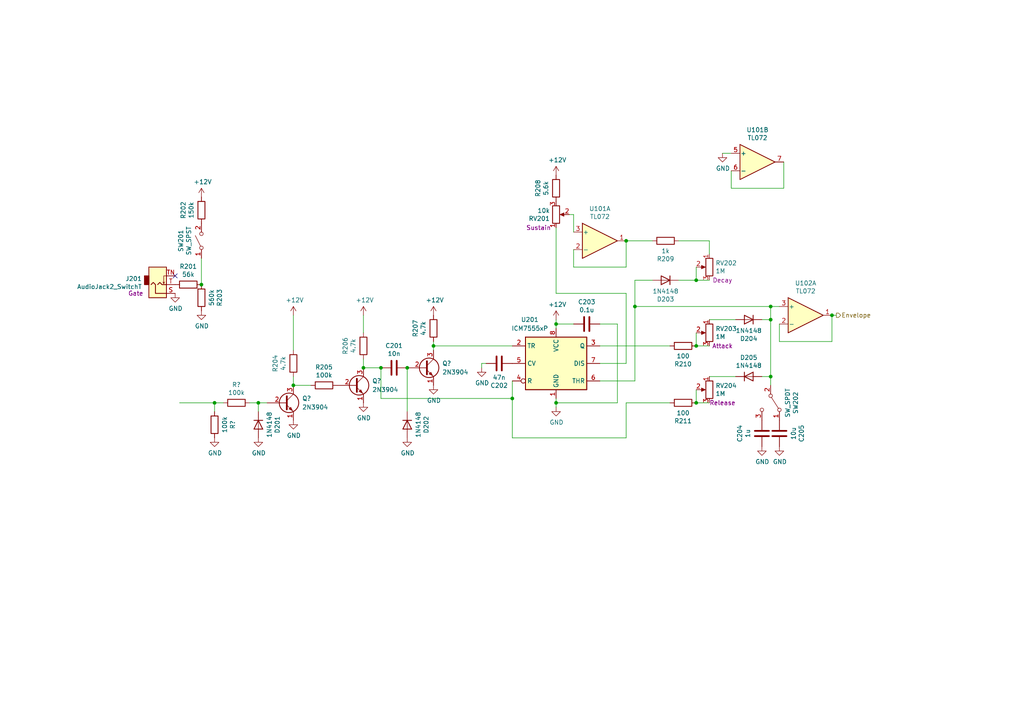
<source format=kicad_sch>
(kicad_sch (version 20211123) (generator eeschema)
  (paper "A4")
  (title_block (title "Envelope Generator Core") (date "2021-06-30") (rev "1.0"))
  (lib_symbols
    (symbol "Amplifier_Operational:TL072" (pin_names (offset 0.127))
      (property "Reference" "U" (at 0 5.08 0))
      (property "Value" "TL072" (at 0 -5.08 0))
      (symbol "TL072_1_1"
        (polyline (pts (xy -5.08 5.08) (xy 5.08 0) (xy -5.08 -5.08) (xy -5.08 5.08)) (stroke (width 0.254)) (fill (type background)))
        (pin output line (at 7.62 0 180) (length 2.54) (name "~") (number "1"))
        (pin input line (at -7.62 -2.54 0) (length 2.54) (name "-") (number "2"))
        (pin input line (at -7.62 2.54 0) (length 2.54) (name "+") (number "3"))
      )
      (symbol "TL072_2_1"
        (polyline (pts (xy -5.08 5.08) (xy 5.08 0) (xy -5.08 -5.08) (xy -5.08 5.08)) (stroke (width 0.254)) (fill (type background)))
        (pin input line (at -7.62 2.54 0) (length 2.54) (name "+") (number "5"))
        (pin input line (at -7.62 -2.54 0) (length 2.54) (name "-") (number "6"))
        (pin output line (at 7.62 0 180) (length 2.54) (name "~") (number "7"))
      )
      (symbol "TL072_3_1"
        (pin power_in line (at -2.54 -7.62 90) (length 3.81) (name "V-") (number "4"))
        (pin power_in line (at -2.54 7.62 270) (length 3.81) (name "V+") (number "8"))
      )
    )
    (symbol "Connector:AudioJack2_SwitchT"
      (property "Reference" "J" (at 0 8.89 0))
      (property "Value" "AudioJack2_SwitchT" (at 0 6.35 0))
      (symbol "AudioJack2_SwitchT_0_1"
        (rectangle (start -2.54 0) (end -3.81 -2.54) (stroke (width 0.254)) (fill (type outline)))
        (polyline (pts (xy 1.778 -0.254) (xy 2.032 -0.762)))
        (polyline (pts (xy 0 0) (xy 0.635 -0.635) (xy 1.27 0) (xy 2.54 0)) (stroke (width 0.254)))
        (polyline (pts (xy 2.54 -2.54) (xy 1.778 -2.54) (xy 1.778 -0.254) (xy 1.524 -0.762)))
        (polyline (pts (xy 2.54 2.54) (xy -0.635 2.54) (xy -0.635 0) (xy -1.27 -0.635) (xy -1.905 0)) (stroke (width 0.254)))
        (rectangle (start 2.54 3.81) (end -2.54 -5.08) (stroke (width 0.254)) (fill (type background)))
      )
      (symbol "AudioJack2_SwitchT_1_1"
        (pin passive line (at 5.08 2.54 180) (length 2.54) (name "~") (number "S"))
        (pin passive line (at 5.08 0 180) (length 2.54) (name "~") (number "T"))
        (pin passive line (at 5.08 -2.54 180) (length 2.54) (name "~") (number "TN"))
      )
    )
    (symbol "Device:C" (pin_numbers hide) (pin_names (offset 0.254))
      (property "Reference" "C" (at 0.635 2.54 0))
      (property "Value" "C" (at 0.635 -2.54 0))
      (symbol "C_0_1"
        (polyline (pts (xy -2.032 -0.762) (xy 2.032 -0.762)) (stroke (width 0.508)))
        (polyline (pts (xy -2.032 0.762) (xy 2.032 0.762)) (stroke (width 0.508)))
      )
      (symbol "C_1_1"
        (pin passive line (at 0 3.81 270) (length 2.794) (name "~") (number "1"))
        (pin passive line (at 0 -3.81 90) (length 2.794) (name "~") (number "2"))
      )
    )
    (symbol "Device:R" (pin_numbers hide) (pin_names (offset 0))
      (property "Reference" "R" (at 2.032 0 90))
      (property "Value" "R" (at 0 0 90))
      (symbol "R_0_1"
        (rectangle (start -1.016 -2.54) (end 1.016 2.54) (stroke (width 0.254)))
      )
      (symbol "R_1_1"
        (pin passive line (at 0 3.81 270) (length 1.27) (name "~") (number "1"))
        (pin passive line (at 0 -3.81 90) (length 1.27) (name "~") (number "2"))
      )
    )
    (symbol "Device:R_Potentiometer" (pin_names (offset 1.016) hide)
      (property "Reference" "RV" (at -4.445 0 90))
      (property "Value" "R_Potentiometer" (at -2.54 0 90))
      (symbol "R_Potentiometer_0_1"
        (polyline (pts (xy 2.54 0) (xy 1.524 0)))
        (polyline (pts (xy 1.143 0) (xy 2.286 0.508) (xy 2.286 -0.508) (xy 1.143 0)) (fill (type outline)))
        (rectangle (start 1.016 2.54) (end -1.016 -2.54) (stroke (width 0.254)))
      )
      (symbol "R_Potentiometer_1_1"
        (pin passive line (at 0 3.81 270) (length 1.27) (name "1") (number "1"))
        (pin passive line (at 3.81 0 180) (length 1.27) (name "2") (number "2"))
        (pin passive line (at 0 -3.81 90) (length 1.27) (name "3") (number "3"))
      )
    )
    (symbol "Diode:1N4148" (pin_numbers hide) (pin_names (offset 1.016) hide)
      (property "Reference" "D" (at 0 2.54 0))
      (property "Value" "1N4148" (at 0 -2.54 0))
      (symbol "1N4148_0_1"
        (polyline (pts (xy -1.27 1.27) (xy -1.27 -1.27)) (stroke (width 0.254)))
        (polyline (pts (xy 1.27 0) (xy -1.27 0)))
        (polyline (pts (xy 1.27 1.27) (xy 1.27 -1.27) (xy -1.27 0) (xy 1.27 1.27)) (stroke (width 0.254)))
      )
      (symbol "1N4148_1_1"
        (pin passive line (at -3.81 0 0) (length 2.54) (name "K") (number "1"))
        (pin passive line (at 3.81 0 180) (length 2.54) (name "A") (number "2"))
      )
    )
    (symbol "Switch:SW_SPDT" (pin_names (offset 0) hide)
      (property "Reference" "SW" (at 0 4.318 0))
      (property "Value" "SW_SPDT" (at 0 -5.08 0))
      (symbol "SW_SPDT_0_0"
        (circle (center -2.032 0) (radius 0.508))
        (circle (center 2.032 -2.54) (radius 0.508))
      )
      (symbol "SW_SPDT_0_1"
        (polyline (pts (xy -1.524 0.254) (xy 1.651 2.286)))
        (circle (center 2.032 2.54) (radius 0.508))
      )
      (symbol "SW_SPDT_1_1"
        (pin passive line (at 5.08 2.54 180) (length 2.54) (name "A") (number "1"))
        (pin passive line (at -5.08 0 0) (length 2.54) (name "B") (number "2"))
        (pin passive line (at 5.08 -2.54 180) (length 2.54) (name "C") (number "3"))
      )
    )
    (symbol "Switch:SW_SPST" (pin_names (offset 0) hide)
      (property "Reference" "SW" (at 0 3.175 0))
      (property "Value" "SW_SPST" (at 0 -2.54 0))
      (symbol "SW_SPST_0_0"
        (circle (center -2.032 0) (radius 0.508))
        (polyline (pts (xy -1.524 0.254) (xy 1.524 1.778)))
        (circle (center 2.032 0) (radius 0.508))
      )
      (symbol "SW_SPST_1_1"
        (pin passive line (at -5.08 0 0) (length 2.54) (name "A") (number "1"))
        (pin passive line (at 5.08 0 180) (length 2.54) (name "B") (number "2"))
      )
    )
    (symbol "Timer:ICM7555xP"
      (property "Reference" "U" (at -10.16 8.89 0))
      (property "Value" "ICM7555xP" (at 2.54 8.89 0))
      (symbol "ICM7555xP_0_0"
        (pin power_in line (at 0 -10.16 90) (length 2.54) (name "GND") (number "1"))
        (pin power_in line (at 0 10.16 270) (length 2.54) (name "VCC") (number "8"))
      )
      (symbol "ICM7555xP_0_1"
        (rectangle (start -8.89 -7.62) (end 8.89 7.62) (stroke (width 0.254)) (fill (type background)))
        (rectangle (start -8.89 -7.62) (end 8.89 7.62) (stroke (width 0.254)) (fill (type background)))
      )
      (symbol "ICM7555xP_1_1"
        (pin input line (at -12.7 5.08 0) (length 3.81) (name "TR") (number "2"))
        (pin output line (at 12.7 5.08 180) (length 3.81) (name "Q") (number "3"))
        (pin input inverted (at -12.7 -5.08 0) (length 3.81) (name "R") (number "4"))
        (pin input line (at -12.7 0 0) (length 3.81) (name "CV") (number "5"))
        (pin input line (at 12.7 -5.08 180) (length 3.81) (name "THR") (number "6"))
        (pin input line (at 12.7 0 180) (length 3.81) (name "DIS") (number "7"))
      )
    )
    (symbol "Transistor_BJT:2N3904" (pin_names (offset 0) hide)
      (property "Reference" "Q" (at 5.08 1.905 0))
      (property "Value" "2N3904" (at 5.08 0 0))
      (symbol "2N3904_0_1"
        (polyline (pts (xy 0.635 0.635) (xy 2.54 2.54)))
        (polyline (pts (xy 0.635 -0.635) (xy 2.54 -2.54) (xy 2.54 -2.54)))
        (polyline (pts (xy 0.635 1.905) (xy 0.635 -1.905) (xy 0.635 -1.905)) (stroke (width 0.508)))
        (polyline (pts (xy 1.27 -1.778) (xy 1.778 -1.27) (xy 2.286 -2.286) (xy 1.27 -1.778) (xy 1.27 -1.778)) (fill (type outline)))
        (circle (center 1.27 0) (radius 2.8194) (stroke (width 0.254)))
      )
      (symbol "2N3904_1_1"
        (pin passive line (at 2.54 -5.08 90) (length 2.54) (name "E") (number "1"))
        (pin passive line (at -5.08 0 0) (length 5.715) (name "B") (number "2"))
        (pin passive line (at 2.54 5.08 270) (length 2.54) (name "C") (number "3"))
      )
    )
    (symbol "power:+12V" (power) (pin_names (offset 0))
      (property "Value" "+12V" (at 0 3.556 0))
      (symbol "+12V_0_1"
        (polyline (pts (xy -0.762 1.27) (xy 0 2.54)))
        (polyline (pts (xy 0 0) (xy 0 2.54)))
        (polyline (pts (xy 0 2.54) (xy 0.762 1.27)))
      )
      (symbol "+12V_1_1"
        (pin power_in line (at 0 0 90) (length 0) hide (name "+12V") (number "1"))
      )
    )
    (symbol "power:GND" (power) (pin_names (offset 0))
      (property "Value" "GND" (at 0 -3.81 0))
      (symbol "GND_0_1"
        (polyline (pts (xy 0 0) (xy 0 -1.27) (xy 1.27 -1.27) (xy 0 -2.54) (xy -1.27 -1.27) (xy 0 -1.27)))
      )
      (symbol "GND_1_1"
        (pin power_in line (at 0 0 270) (length 0) hide (name "GND") (number "1"))
      )
    )
  )
  (junction (at 241.3 91.44))
  (junction (at 201.93 100.33))
  (junction (at 223.52 109.22))
  (junction (at 105.41 106.68))
  (junction (at 181.61 69.85))
  (junction (at 118.11 106.68))
  (junction (at 184.15 88.9))
  (junction (at 58.42 82.55))
  (junction (at 125.73 100.33))
  (junction (at 148.59 115.57))
  (junction (at 110.49 106.68))
  (junction (at 62.23 116.84))
  (junction (at 223.52 88.9))
  (junction (at 223.52 92.71))
  (junction (at 201.93 81.28))
  (junction (at 161.29 116.84))
  (junction (at 161.29 93.98))
  (junction (at 85.09 111.76))
  (junction (at 201.93 116.84))
  (junction (at 74.93 116.84))
  (no_connect (at 50.8 80.01))
  (wire (pts (xy 184.15 88.9) (xy 184.15 110.49)))
  (wire (pts (xy 105.41 96.52) (xy 105.41 91.44)))
  (wire (pts (xy 161.29 116.84) (xy 179.07 116.84)))
  (wire (pts (xy 110.49 115.57) (xy 148.59 115.57)))
  (wire (pts (xy 161.29 92.71) (xy 161.29 93.98)))
  (wire (pts (xy 161.29 93.98) (xy 166.37 93.98)))
  (wire (pts (xy 201.93 100.33) (xy 205.74 100.33)))
  (wire (pts (xy 223.52 109.22) (xy 223.52 111.76)))
  (wire (pts (xy 74.93 119.38) (xy 74.93 116.84)))
  (wire (pts (xy 241.3 91.44) (xy 242.57 91.44)))
  (wire (pts (xy 166.37 72.39) (xy 166.37 77.47)))
  (wire (pts (xy 139.7 105.41) (xy 140.97 105.41)))
  (wire (pts (xy 223.52 88.9) (xy 184.15 88.9)))
  (wire (pts (xy 184.15 81.28) (xy 184.15 88.9)))
  (wire (pts (xy 173.99 93.98) (xy 179.07 93.98)))
  (wire (pts (xy 181.61 116.84) (xy 181.61 127)))
  (wire (pts (xy 148.59 127) (xy 148.59 115.57)))
  (wire (pts (xy 196.85 81.28) (xy 201.93 81.28)))
  (wire (pts (xy 220.98 92.71) (xy 223.52 92.71)))
  (wire (pts (xy 196.85 69.85) (xy 205.74 69.85)))
  (wire (pts (xy 58.42 74.93) (xy 58.42 82.55)))
  (wire (pts (xy 139.7 106.68) (xy 139.7 105.41)))
  (wire (pts (xy 173.99 110.49) (xy 184.15 110.49)))
  (wire (pts (xy 227.33 54.61) (xy 227.33 46.99)))
  (wire (pts (xy 241.3 91.44) (xy 241.3 99.06)))
  (wire (pts (xy 52.07 116.84) (xy 62.23 116.84)))
  (wire (pts (xy 148.59 110.49) (xy 148.59 115.57)))
  (wire (pts (xy 166.37 62.23) (xy 166.37 67.31)))
  (wire (pts (xy 165.1 62.23) (xy 166.37 62.23)))
  (wire (pts (xy 161.29 93.98) (xy 161.29 95.25)))
  (wire (pts (xy 62.23 116.84) (xy 62.23 119.38)))
  (wire (pts (xy 212.09 54.61) (xy 227.33 54.61)))
  (wire (pts (xy 64.77 116.84) (xy 62.23 116.84)))
  (wire (pts (xy 118.11 119.38) (xy 118.11 106.68)))
  (wire (pts (xy 201.93 81.28) (xy 205.74 81.28)))
  (wire (pts (xy 85.09 91.44) (xy 85.09 101.6)))
  (wire (pts (xy 201.93 77.47) (xy 201.93 81.28)))
  (wire (pts (xy 74.93 116.84) (xy 77.47 116.84)))
  (wire (pts (xy 125.73 100.33) (xy 125.73 101.6)))
  (wire (pts (xy 125.73 100.33) (xy 148.59 100.33)))
  (wire (pts (xy 184.15 81.28) (xy 189.23 81.28)))
  (wire (pts (xy 105.41 104.14) (xy 105.41 106.68)))
  (wire (pts (xy 161.29 116.84) (xy 161.29 115.57)))
  (wire (pts (xy 201.93 116.84) (xy 205.74 116.84)))
  (wire (pts (xy 85.09 111.76) (xy 90.17 111.76)))
  (wire (pts (xy 181.61 77.47) (xy 181.61 69.85)))
  (wire (pts (xy 105.41 106.68) (xy 110.49 106.68)))
  (wire (pts (xy 173.99 100.33) (xy 194.31 100.33)))
  (wire (pts (xy 223.52 92.71) (xy 223.52 88.9)))
  (wire (pts (xy 205.74 109.22) (xy 213.36 109.22)))
  (wire (pts (xy 85.09 109.22) (xy 85.09 111.76)))
  (wire (pts (xy 166.37 77.47) (xy 181.61 77.47)))
  (wire (pts (xy 212.09 49.53) (xy 212.09 54.61)))
  (wire (pts (xy 181.61 127) (xy 148.59 127)))
  (wire (pts (xy 161.29 85.09) (xy 181.61 85.09)))
  (wire (pts (xy 205.74 73.66) (xy 205.74 69.85)))
  (wire (pts (xy 125.73 99.06) (xy 125.73 100.33)))
  (wire (pts (xy 181.61 105.41) (xy 173.99 105.41)))
  (wire (pts (xy 194.31 116.84) (xy 181.61 116.84)))
  (wire (pts (xy 201.93 113.03) (xy 201.93 116.84)))
  (wire (pts (xy 181.61 85.09) (xy 181.61 105.41)))
  (wire (pts (xy 205.74 92.71) (xy 213.36 92.71)))
  (wire (pts (xy 223.52 92.71) (xy 223.52 109.22)))
  (wire (pts (xy 223.52 109.22) (xy 220.98 109.22)))
  (wire (pts (xy 161.29 116.84) (xy 161.29 118.11)))
  (wire (pts (xy 110.49 106.68) (xy 110.49 115.57)))
  (wire (pts (xy 72.39 116.84) (xy 74.93 116.84)))
  (wire (pts (xy 226.06 88.9) (xy 223.52 88.9)))
  (wire (pts (xy 179.07 93.98) (xy 179.07 116.84)))
  (wire (pts (xy 181.61 69.85) (xy 189.23 69.85)))
  (wire (pts (xy 226.06 93.98) (xy 226.06 99.06)))
  (wire (pts (xy 161.29 66.04) (xy 161.29 85.09)))
  (wire (pts (xy 209.55 44.45) (xy 212.09 44.45)))
  (wire (pts (xy 226.06 99.06) (xy 241.3 99.06)))
  (wire (pts (xy 201.93 96.52) (xy 201.93 100.33)))
  (hierarchical_label "Envelope" (shape output) (at 242.57 91.44 0))
  (symbol (lib_id "Timer:ICM7555xP") (at 161.29 105.41 0) (unit 1)
    (property "Reference" "U201" (at 153.67 92.71 0))
    (property "Value" "ICM7555xP" (at 153.67 95.25 0))
    (property "Footprint" "Package_DIP:DIP-8_W7.62mm_Socket" (effects hide))
    (property "Datasheet" "http://www.intersil.com/content/dam/Intersil/documents/icm7/icm7555-56.pdf" (effects hide))
  )
  (symbol (lib_id "Diode:1N4148") (at 74.93 123.19 270) (unit 1)
    (property "Reference" "D201" (at 80.4418 123.19 0))
    (property "Value" "1N4148" (at 78.1304 123.19 0))
    (property "Footprint" "Diode_THT:D_DO-35_SOD27_P7.62mm_Horizontal" (effects hide))
    (property "Datasheet" "https://assets.nexperia.com/documents/data-sheet/1N4148_1N4448.pdf" (effects hide))
  )
  (symbol (lib_id "Device:R") (at 54.61 82.55 270) (unit 1)
    (property "Reference" "R201" (at 54.61 77.2922 90))
    (property "Value" "56k" (at 54.61 79.6036 90))
    (property "Footprint" "Resistor_THT:R_Axial_DIN0207_L6.3mm_D2.5mm_P7.62mm_Horizontal" (effects hide))
  )
  (symbol (lib_id "Device:R") (at 58.42 86.36 180) (unit 1)
    (property "Reference" "R203" (at 63.6778 86.36 90))
    (property "Value" "560k" (at 61.3664 86.36 90))
    (property "Footprint" "Resistor_THT:R_Axial_DIN0207_L6.3mm_D2.5mm_P7.62mm_Horizontal" (effects hide))
  )
  (symbol (lib_id "power:GND") (at 58.42 90.17 0) (unit 1)
    (property "Reference" "#PWR0203" (effects hide))
    (property "Value" "GND" (at 58.547 94.5642 0))
  )
  (symbol (lib_id "power:GND") (at 50.8 85.09 0) (unit 1)
    (property "Reference" "#PWR0201" (effects hide))
    (property "Value" "GND" (at 50.927 89.4842 0))
  )
  (symbol (lib_id "Connector:AudioJack2_SwitchT") (at 45.72 82.55 0) (mirror x) (unit 1)
    (property "Reference" "J201" (at 41.1734 80.8482 0) (effects (justify right)))
    (property "Value" "AudioJack2_SwitchT" (at 41.1734 83.1596 0) (effects (justify right)))
    (property "Footprint" "Connector_Audio:Jack_3.5mm_QingPu_WQP-PJ398SM_Vertical_CircularHoles" (effects hide))
    (property "Description" "Gate" (at 39.37 85.09 0))
  )
  (symbol (lib_id "power:GND") (at 74.93 127 0) (unit 1)
    (property "Reference" "#PWR0204" (effects hide))
    (property "Value" "GND" (at 75.057 131.3942 0))
  )
  (symbol (lib_id "power:GND") (at 85.09 121.92 0) (unit 1)
    (property "Reference" "#PWR0206" (effects hide))
    (property "Value" "GND" (at 85.217 126.3142 0))
  )
  (symbol (lib_id "Device:R") (at 85.09 105.41 0) (unit 1)
    (property "Reference" "R204" (at 79.8322 105.41 90))
    (property "Value" "4.7k" (at 82.1436 105.41 90))
    (property "Footprint" "Resistor_THT:R_Axial_DIN0207_L6.3mm_D2.5mm_P7.62mm_Horizontal" (effects hide))
  )
  (symbol (lib_id "Device:R") (at 93.98 111.76 270) (unit 1)
    (property "Reference" "R205" (at 93.98 106.5022 90))
    (property "Value" "100k" (at 93.98 108.8136 90))
    (property "Footprint" "Resistor_THT:R_Axial_DIN0207_L6.3mm_D2.5mm_P7.62mm_Horizontal" (effects hide))
  )
  (symbol (lib_id "Device:R") (at 105.41 100.33 0) (unit 1)
    (property "Reference" "R206" (at 100.1522 100.33 90))
    (property "Value" "4.7k" (at 102.4636 100.33 90))
    (property "Footprint" "Resistor_THT:R_Axial_DIN0207_L6.3mm_D2.5mm_P7.62mm_Horizontal" (effects hide))
  )
  (symbol (lib_id "power:GND") (at 105.41 116.84 0) (unit 1)
    (property "Reference" "#PWR0208" (effects hide))
    (property "Value" "GND" (at 105.537 121.2342 0))
  )
  (symbol (lib_id "Device:C") (at 114.3 106.68 90) (unit 1)
    (property "Reference" "C201" (at 114.3 100.2792 90))
    (property "Value" "10n" (at 114.3 102.5906 90))
    (property "Footprint" "Capacitor_THT:C_Disc_D5.0mm_W2.5mm_P5.00mm" (effects hide))
  )
  (symbol (lib_id "power:GND") (at 125.73 111.76 0) (unit 1)
    (property "Reference" "#PWR0211" (effects hide))
    (property "Value" "GND" (at 125.857 116.1542 0))
  )
  (symbol (lib_id "Diode:1N4148") (at 118.11 123.19 270) (unit 1)
    (property "Reference" "D202" (at 123.6218 123.19 0))
    (property "Value" "1N4148" (at 121.3104 123.19 0))
    (property "Footprint" "Diode_THT:D_DO-35_SOD27_P7.62mm_Horizontal" (effects hide))
    (property "Datasheet" "https://assets.nexperia.com/documents/data-sheet/1N4148_1N4448.pdf" (effects hide))
  )
  (symbol (lib_id "power:GND") (at 118.11 127 0) (unit 1)
    (property "Reference" "#PWR0209" (effects hide))
    (property "Value" "GND" (at 118.237 131.3942 0))
  )
  (symbol (lib_id "Device:R") (at 125.73 95.25 0) (unit 1)
    (property "Reference" "R207" (at 120.4722 95.25 90))
    (property "Value" "4.7k" (at 122.7836 95.25 90))
    (property "Footprint" "Resistor_THT:R_Axial_DIN0207_L6.3mm_D2.5mm_P7.62mm_Horizontal" (effects hide))
  )
  (symbol (lib_id "power:+12V") (at 125.73 91.44 0) (unit 1)
    (property "Reference" "#PWR0210" (effects hide))
    (property "Value" "+12V" (at 126.111 87.0458 0))
  )
  (symbol (lib_id "power:+12V") (at 105.41 91.44 0) (unit 1)
    (property "Reference" "#PWR0207" (effects hide))
    (property "Value" "+12V" (at 105.791 87.0458 0))
  )
  (symbol (lib_id "power:+12V") (at 85.09 91.44 0) (unit 1)
    (property "Reference" "#PWR0205" (effects hide))
    (property "Value" "+12V" (at 85.471 87.0458 0))
  )
  (symbol (lib_id "Device:C") (at 144.78 105.41 270) (unit 1)
    (property "Reference" "C202" (at 144.78 111.8108 90))
    (property "Value" "47n" (at 144.78 109.4994 90))
    (property "Footprint" "Capacitor_THT:C_Disc_D5.0mm_W2.5mm_P5.00mm" (effects hide))
  )
  (symbol (lib_id "power:GND") (at 139.7 106.68 0) (unit 1)
    (property "Reference" "#PWR0212" (effects hide))
    (property "Value" "GND" (at 139.827 111.0742 0))
  )
  (symbol (lib_id "power:GND") (at 161.29 118.11 0) (unit 1)
    (property "Reference" "#PWR0215" (effects hide))
    (property "Value" "GND" (at 161.417 122.5042 0))
  )
  (symbol (lib_id "power:+12V") (at 161.29 92.71 0) (unit 1)
    (property "Reference" "#PWR0214" (effects hide))
    (property "Value" "+12V" (at 161.671 88.3158 0))
  )
  (symbol (lib_id "Device:C") (at 170.18 93.98 90) (unit 1)
    (property "Reference" "C203" (at 170.18 87.5792 90))
    (property "Value" "0.1u" (at 170.18 89.8906 90))
    (property "Footprint" "Capacitor_THT:C_Disc_D5.0mm_W2.5mm_P5.00mm" (effects hide))
  )
  (symbol (lib_id "Switch:SW_SPST") (at 58.42 69.85 90) (unit 1)
    (property "Reference" "SW201" (at 52.451 69.85 0))
    (property "Value" "SW_SPST" (at 54.7624 69.85 0))
    (property "Footprint" "Switch:PBS-105" (effects hide))
  )
  (symbol (lib_id "Device:R_Potentiometer") (at 161.29 62.23 0) (mirror x) (unit 1)
    (property "Reference" "RV201" (at 159.512 63.3984 0) (effects (justify right)))
    (property "Value" "10k" (at 159.512 61.087 0) (effects (justify right)))
    (property "Footprint" "Potentiometer_THT:Potentiometer_Alpha_RD901F-40-00D_Single_Vertical_CircularHoles" (effects hide))
    (property "Description" "Sustain" (at 156.21 66.04 0))
  )
  (symbol (lib_id "power:+12V") (at 161.29 50.8 0) (unit 1)
    (property "Reference" "#PWR0213" (effects hide))
    (property "Value" "+12V" (at 161.671 46.4058 0))
  )
  (symbol (lib_id "Device:R") (at 161.29 54.61 0) (unit 1)
    (property "Reference" "R208" (at 156.0322 54.61 90))
    (property "Value" "5.6k" (at 158.3436 54.61 90))
    (property "Footprint" "Resistor_THT:R_Axial_DIN0207_L6.3mm_D2.5mm_P7.62mm_Horizontal" (effects hide))
  )
  (symbol (lib_id "Amplifier_Operational:TL072") (at 173.99 69.85 0) (unit 1)
    (property "Reference" "U101" (at 173.99 60.5282 0))
    (property "Value" "TL072" (at 173.99 62.8396 0))
    (property "Footprint" "Package_DIP:DIP-8_W7.62mm_Socket" (effects hide))
    (property "Datasheet" "http://www.ti.com/lit/ds/symlink/tl071.pdf" (effects hide))
  )
  (symbol (lib_id "Device:R") (at 193.04 69.85 90) (unit 1)
    (property "Reference" "R209" (at 193.04 75.1078 90))
    (property "Value" "1k" (at 193.04 72.7964 90))
    (property "Footprint" "Resistor_THT:R_Axial_DIN0207_L6.3mm_D2.5mm_P7.62mm_Horizontal" (effects hide))
  )
  (symbol (lib_id "Device:R_Potentiometer") (at 205.74 77.47 0) (mirror y) (unit 1)
    (property "Reference" "RV202" (at 207.518 76.3016 0) (effects (justify right)))
    (property "Value" "1M" (at 207.518 78.613 0) (effects (justify right)))
    (property "Footprint" "Potentiometer_THT:Potentiometer_Alpha_RD901F-40-00D_Single_Vertical_CircularHoles" (effects hide))
    (property "Description" "Decay" (at 209.55 81.28 0))
  )
  (symbol (lib_id "Diode:1N4148") (at 193.04 81.28 180) (unit 1)
    (property "Reference" "D203" (at 193.04 86.7918 0))
    (property "Value" "1N4148" (at 193.04 84.4804 0))
    (property "Footprint" "Diode_THT:D_DO-35_SOD27_P7.62mm_Horizontal" (effects hide))
    (property "Datasheet" "https://assets.nexperia.com/documents/data-sheet/1N4148_1N4448.pdf" (effects hide))
  )
  (symbol (lib_id "Device:R_Potentiometer") (at 205.74 96.52 0) (mirror y) (unit 1)
    (property "Reference" "RV203" (at 207.518 95.3516 0) (effects (justify right)))
    (property "Value" "1M" (at 207.518 97.663 0) (effects (justify right)))
    (property "Footprint" "Potentiometer_THT:Potentiometer_Alpha_RD901F-40-00D_Single_Vertical_CircularHoles" (effects hide))
    (property "Description" "Attack" (at 209.55 100.33 0))
  )
  (symbol (lib_id "Device:R_Potentiometer") (at 205.74 113.03 0) (mirror y) (unit 1)
    (property "Reference" "RV204" (at 207.518 111.8616 0) (effects (justify right)))
    (property "Value" "1M" (at 207.518 114.173 0) (effects (justify right)))
    (property "Footprint" "Potentiometer_THT:Potentiometer_Alpha_RD901F-40-00D_Single_Vertical_CircularHoles" (effects hide))
    (property "Description" "Release" (at 209.55 116.84 0))
  )
  (symbol (lib_id "Device:R") (at 198.12 100.33 90) (unit 1)
    (property "Reference" "R210" (at 198.12 105.5878 90))
    (property "Value" "100" (at 198.12 103.2764 90))
    (property "Footprint" "Resistor_THT:R_Axial_DIN0207_L6.3mm_D2.5mm_P7.62mm_Horizontal" (effects hide))
  )
  (symbol (lib_id "Device:R") (at 198.12 116.84 90) (unit 1)
    (property "Reference" "R211" (at 198.12 122.0978 90))
    (property "Value" "100" (at 198.12 119.7864 90))
    (property "Footprint" "Resistor_THT:R_Axial_DIN0207_L6.3mm_D2.5mm_P7.62mm_Horizontal" (effects hide))
  )
  (symbol (lib_id "Diode:1N4148") (at 217.17 92.71 180) (unit 1)
    (property "Reference" "D204" (at 217.17 98.2218 0))
    (property "Value" "1N4148" (at 217.17 95.9104 0))
    (property "Footprint" "Diode_THT:D_DO-35_SOD27_P7.62mm_Horizontal" (effects hide))
    (property "Datasheet" "https://assets.nexperia.com/documents/data-sheet/1N4148_1N4448.pdf" (effects hide))
  )
  (symbol (lib_id "Diode:1N4148") (at 217.17 109.22 0) (unit 1)
    (property "Reference" "D205" (at 217.17 103.7082 0))
    (property "Value" "1N4148" (at 217.17 106.0196 0))
    (property "Footprint" "Diode_THT:D_DO-35_SOD27_P7.62mm_Horizontal" (effects hide))
    (property "Datasheet" "https://assets.nexperia.com/documents/data-sheet/1N4148_1N4448.pdf" (effects hide))
  )
  (symbol (lib_id "Device:C") (at 220.98 125.73 180) (unit 1)
    (property "Reference" "C204" (at 214.5792 125.73 90))
    (property "Value" "1u" (at 216.8906 125.73 90))
    (property "Footprint" "Capacitor_THT:C_Disc_D5.0mm_W2.5mm_P5.00mm" (effects hide))
  )
  (symbol (lib_id "power:GND") (at 226.06 129.54 0) (unit 1)
    (property "Reference" "#PWR0217" (effects hide))
    (property "Value" "GND" (at 226.187 133.9342 0))
  )
  (symbol (lib_id "Switch:SW_SPDT") (at 223.52 116.84 270) (unit 1)
    (property "Reference" "SW202" (at 230.759 116.84 0))
    (property "Value" "SW_SPDT" (at 228.4476 116.84 0))
    (property "Footprint" "Switch:MTS-102_MTS-103_MTS-112_MTS-113_MTS-123" (effects hide))
  )
  (symbol (lib_id "Amplifier_Operational:TL072") (at 233.68 91.44 0) (unit 1)
    (property "Reference" "U102" (at 233.68 82.1182 0))
    (property "Value" "TL072" (at 233.68 84.4296 0))
    (property "Footprint" "Package_DIP:DIP-8_W7.62mm_Socket" (effects hide))
    (property "Datasheet" "http://www.ti.com/lit/ds/symlink/tl071.pdf" (effects hide))
  )
  (symbol (lib_id "power:+12V") (at 58.42 57.15 0) (unit 1)
    (property "Reference" "#PWR0202" (effects hide))
    (property "Value" "+12V" (at 58.801 52.7558 0))
  )
  (symbol (lib_id "Device:R") (at 58.42 60.96 0) (unit 1)
    (property "Reference" "R202" (at 53.1622 60.96 90))
    (property "Value" "150k" (at 55.4736 60.96 90))
    (property "Footprint" "Resistor_THT:R_Axial_DIN0207_L6.3mm_D2.5mm_P7.62mm_Horizontal" (effects hide))
  )
  (symbol (lib_id "power:GND") (at 220.98 129.54 0) (unit 1)
    (property "Reference" "#PWR0216" (effects hide))
    (property "Value" "GND" (at 221.107 133.9342 0))
  )
  (symbol (lib_id "Device:C") (at 226.06 125.73 0) (unit 1)
    (property "Reference" "C205" (at 232.4608 125.73 90))
    (property "Value" "10u" (at 230.1494 125.73 90))
    (property "Footprint" "Capacitor_THT:C_Disc_D5.0mm_W2.5mm_P5.00mm" (effects hide))
  )
  (symbol (lib_id "Amplifier_Operational:TL072") (at 219.71 46.99 0) (unit 2)
    (property "Reference" "U101" (at 219.71 37.6682 0))
    (property "Value" "TL072" (at 219.71 39.9796 0))
    (property "Footprint" "Package_DIP:DIP-8_W7.62mm_Socket" (effects hide))
    (property "Datasheet" "http://www.ti.com/lit/ds/symlink/tl071.pdf" (effects hide))
  )
  (symbol (lib_id "power:GND") (at 209.55 44.45 0) (unit 1)
    (property "Reference" "#PWR0116" (effects hide))
    (property "Value" "GND" (at 209.677 48.8442 0))
  )
  (symbol (lib_id "Device:R") (at 68.58 116.84 270) (unit 1)
    (property "Reference" "R?" (at 68.58 111.5822 90))
    (property "Value" "100k" (at 68.58 113.8936 90))
    (property "Footprint" "Resistor_THT:R_Axial_DIN0207_L6.3mm_D2.5mm_P7.62mm_Horizontal" (effects hide))
  )
  (symbol (lib_id "power:GND") (at 62.23 127 0) (unit 1)
    (property "Reference" "#PWR?" (effects hide))
    (property "Value" "GND" (at 62.357 131.3942 0))
  )
  (symbol (lib_id "Transistor_BJT:2N3904") (at 123.19 106.68 0) (unit 1)
    (property "Reference" "Q?" (at 128.27 105.4099 0) (effects (justify left)))
    (property "Value" "2N3904" (at 128.27 107.9499 0) (effects (justify left)))
    (property "Footprint" "Package_TO_SOT_THT:TO-92_Inline" (effects hide))
    (property "Datasheet" "https://www.onsemi.com/pub/Collateral/2N3903-D.PDF" (effects hide))
  )
  (symbol (lib_id "Device:R") (at 62.23 123.19 180) (unit 1)
    (property "Reference" "R?" (at 67.4878 123.19 90))
    (property "Value" "100k" (at 65.1764 123.19 90))
    (property "Footprint" "Resistor_THT:R_Axial_DIN0207_L6.3mm_D2.5mm_P7.62mm_Horizontal" (effects hide))
  )
  (symbol (lib_id "Transistor_BJT:2N3904") (at 102.87 111.76 0) (unit 1)
    (property "Reference" "Q?" (at 107.95 110.4899 0) (effects (justify left)))
    (property "Value" "2N3904" (at 107.95 113.0299 0) (effects (justify left)))
    (property "Footprint" "Package_TO_SOT_THT:TO-92_Inline" (effects hide))
    (property "Datasheet" "https://www.onsemi.com/pub/Collateral/2N3903-D.PDF" (effects hide))
  )
  (symbol (lib_id "Transistor_BJT:2N3904") (at 82.55 116.84 0) (unit 1)
    (property "Reference" "Q?" (at 87.63 115.5699 0) (effects (justify left)))
    (property "Value" "2N3904" (at 87.63 118.1099 0) (effects (justify left)))
    (property "Footprint" "Package_TO_SOT_THT:TO-92_Inline" (effects hide))
    (property "Datasheet" "https://www.onsemi.com/pub/Collateral/2N3903-D.PDF" (effects hide))
  )
)
</source>
